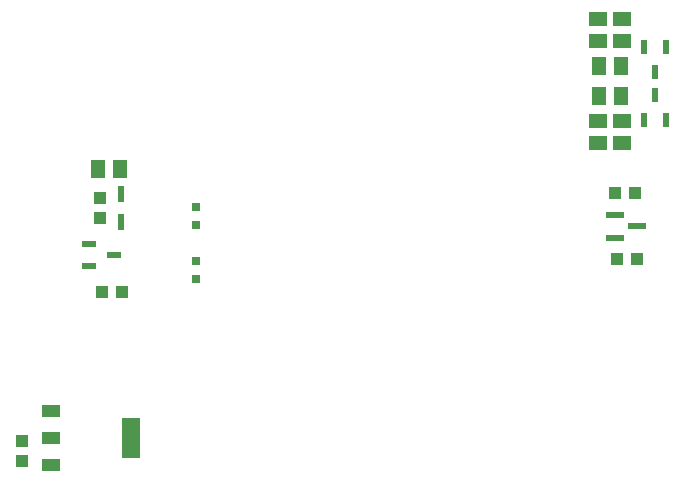
<source format=gbp>
%FSDAX24Y24*%
%MOIN*%
%SFA1B1*%

%IPPOS*%
%ADD22R,0.039400X0.043300*%
%ADD24R,0.043300X0.039400*%
%ADD26R,0.051200X0.059100*%
%ADD33R,0.051200X0.023600*%
%ADD35R,0.059100X0.051200*%
%ADD80R,0.023600X0.051200*%
%ADD81R,0.059100X0.023600*%
%ADD82R,0.061000X0.043300*%
%ADD83R,0.061000X0.043300*%
%ADD84R,0.061000X0.135800*%
%ADD85R,0.031500X0.031500*%
%ADD86R,0.021700X0.057100*%
%LNde-150824-1*%
%LPD*%
G54D22*
X017200Y025415D03*
Y026085D03*
X014600Y017315D03*
Y017985D03*
G54D24*
X034365Y026250D03*
X035035D03*
X017935Y022950D03*
X017265D03*
X034415Y024050D03*
X035085D03*
G54D26*
X034574Y030500D03*
X033826D03*
X034574Y029500D03*
X033826D03*
X017874Y027050D03*
X017126D03*
G54D33*
X016837Y023826D03*
Y024574D03*
X017663Y024200D03*
G54D35*
X033800Y032074D03*
Y031326D03*
Y027926D03*
Y028674D03*
X034600Y031326D03*
Y032074D03*
Y028674D03*
Y027926D03*
G54D80*
X036074Y028687D03*
X035326D03*
X035700Y029513D03*
X035326Y031113D03*
X036074D03*
X035700Y030287D03*
G54D81*
X035094Y025150D03*
X034346Y025524D03*
Y024776D03*
G54D82*
X015571Y017194D03*
G54D83*
X015571Y018100D03*
Y019006D03*
G54D84*
X018229Y018100D03*
G54D85*
X020400Y025205D03*
Y025795D03*
Y023985D03*
Y023395D03*
G54D86*
X017900Y025287D03*
Y026213D03*
M02*
</source>
